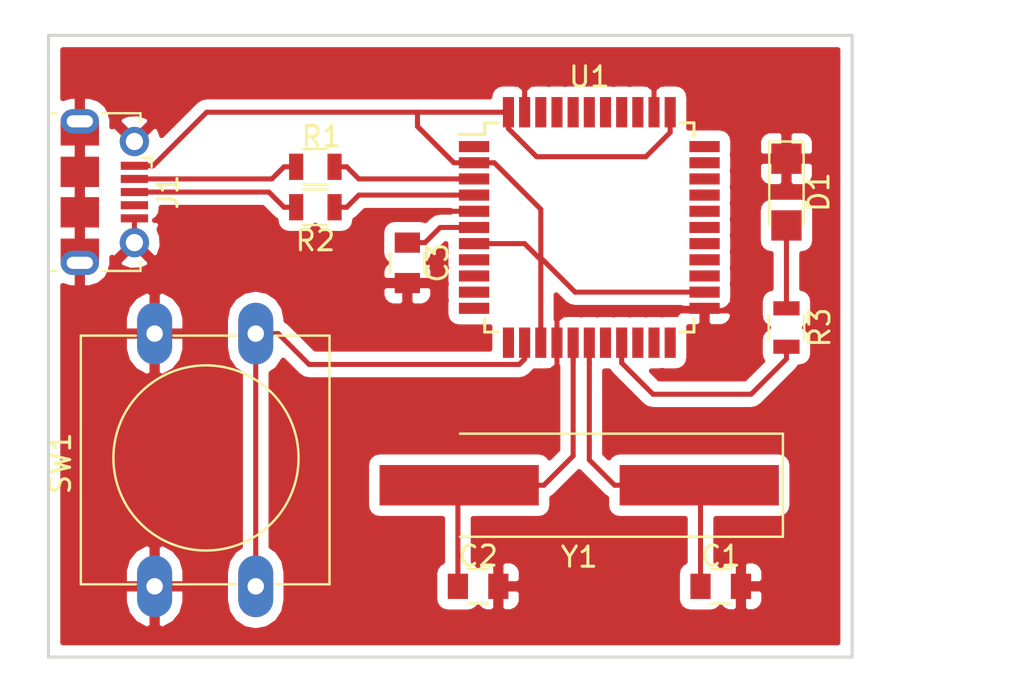
<source format=kicad_pcb>
(kicad_pcb (version 4) (host pcbnew 4.0.7)

  (general
    (links 38)
    (no_connects 0)
    (area 165.174999 106.674999 205.075001 137.575001)
    (thickness 1.6)
    (drawings 4)
    (tracks 80)
    (zones 0)
    (modules 11)
    (nets 40)
  )

  (page A4)
  (layers
    (0 F.Cu signal)
    (31 B.Cu signal)
    (32 B.Adhes user)
    (33 F.Adhes user)
    (34 B.Paste user)
    (35 F.Paste user)
    (36 B.SilkS user)
    (37 F.SilkS user)
    (38 B.Mask user)
    (39 F.Mask user)
    (40 Dwgs.User user)
    (41 Cmts.User user)
    (42 Eco1.User user)
    (43 Eco2.User user)
    (44 Edge.Cuts user)
    (45 Margin user)
    (46 B.CrtYd user)
    (47 F.CrtYd user)
    (48 B.Fab user)
    (49 F.Fab user)
  )

  (setup
    (last_trace_width 0.25)
    (trace_clearance 0.2)
    (zone_clearance 0.508)
    (zone_45_only no)
    (trace_min 0.2)
    (segment_width 0.2)
    (edge_width 0.15)
    (via_size 0.6)
    (via_drill 0.4)
    (via_min_size 0.4)
    (via_min_drill 0.3)
    (uvia_size 0.3)
    (uvia_drill 0.1)
    (uvias_allowed no)
    (uvia_min_size 0.2)
    (uvia_min_drill 0.1)
    (pcb_text_width 0.3)
    (pcb_text_size 1.5 1.5)
    (mod_edge_width 0.15)
    (mod_text_size 1 1)
    (mod_text_width 0.15)
    (pad_size 1.524 1.524)
    (pad_drill 0.762)
    (pad_to_mask_clearance 0.2)
    (aux_axis_origin 0 0)
    (visible_elements 7FFFFFFF)
    (pcbplotparams
      (layerselection 0x00030_80000001)
      (usegerberextensions false)
      (excludeedgelayer true)
      (linewidth 0.100000)
      (plotframeref false)
      (viasonmask false)
      (mode 1)
      (useauxorigin false)
      (hpglpennumber 1)
      (hpglpenspeed 20)
      (hpglpendiameter 15)
      (hpglpenoverlay 2)
      (psnegative false)
      (psa4output false)
      (plotreference true)
      (plotvalue true)
      (plotinvisibletext false)
      (padsonsilk false)
      (subtractmaskfromsilk false)
      (outputformat 1)
      (mirror false)
      (drillshape 1)
      (scaleselection 1)
      (outputdirectory ""))
  )

  (net 0 "")
  (net 1 "Net-(C1-Pad1)")
  (net 2 GND)
  (net 3 "Net-(C2-Pad1)")
  (net 4 "Net-(C3-Pad1)")
  (net 5 "Net-(D1-Pad2)")
  (net 6 "Net-(J1-Pad2)")
  (net 7 VDD)
  (net 8 "Net-(J1-Pad4)")
  (net 9 "Net-(J1-Pad3)")
  (net 10 "Net-(R1-Pad1)")
  (net 11 "Net-(R2-Pad1)")
  (net 12 "Net-(R3-Pad2)")
  (net 13 "Net-(SW1-Pad2)")
  (net 14 "Net-(U1-Pad1)")
  (net 15 "Net-(U1-Pad8)")
  (net 16 "Net-(U1-Pad9)")
  (net 17 "Net-(U1-Pad10)")
  (net 18 "Net-(U1-Pad11)")
  (net 19 "Net-(U1-Pad12)")
  (net 20 "Net-(U1-Pad18)")
  (net 21 "Net-(U1-Pad20)")
  (net 22 "Net-(U1-Pad21)")
  (net 23 "Net-(U1-Pad22)")
  (net 24 "Net-(U1-Pad25)")
  (net 25 "Net-(U1-Pad26)")
  (net 26 "Net-(U1-Pad27)")
  (net 27 "Net-(U1-Pad28)")
  (net 28 "Net-(U1-Pad29)")
  (net 29 "Net-(U1-Pad30)")
  (net 30 "Net-(U1-Pad31)")
  (net 31 "Net-(U1-Pad32)")
  (net 32 "Net-(U1-Pad33)")
  (net 33 "Net-(U1-Pad36)")
  (net 34 "Net-(U1-Pad37)")
  (net 35 "Net-(U1-Pad38)")
  (net 36 "Net-(U1-Pad39)")
  (net 37 "Net-(U1-Pad40)")
  (net 38 "Net-(U1-Pad41)")
  (net 39 "Net-(U1-Pad42)")

  (net_class Default "This is the default net class."
    (clearance 0.2)
    (trace_width 0.25)
    (via_dia 0.6)
    (via_drill 0.4)
    (uvia_dia 0.3)
    (uvia_drill 0.1)
    (add_net GND)
    (add_net "Net-(C1-Pad1)")
    (add_net "Net-(C2-Pad1)")
    (add_net "Net-(C3-Pad1)")
    (add_net "Net-(D1-Pad2)")
    (add_net "Net-(J1-Pad2)")
    (add_net "Net-(J1-Pad3)")
    (add_net "Net-(J1-Pad4)")
    (add_net "Net-(R1-Pad1)")
    (add_net "Net-(R2-Pad1)")
    (add_net "Net-(R3-Pad2)")
    (add_net "Net-(SW1-Pad2)")
    (add_net "Net-(U1-Pad1)")
    (add_net "Net-(U1-Pad10)")
    (add_net "Net-(U1-Pad11)")
    (add_net "Net-(U1-Pad12)")
    (add_net "Net-(U1-Pad18)")
    (add_net "Net-(U1-Pad20)")
    (add_net "Net-(U1-Pad21)")
    (add_net "Net-(U1-Pad22)")
    (add_net "Net-(U1-Pad25)")
    (add_net "Net-(U1-Pad26)")
    (add_net "Net-(U1-Pad27)")
    (add_net "Net-(U1-Pad28)")
    (add_net "Net-(U1-Pad29)")
    (add_net "Net-(U1-Pad30)")
    (add_net "Net-(U1-Pad31)")
    (add_net "Net-(U1-Pad32)")
    (add_net "Net-(U1-Pad33)")
    (add_net "Net-(U1-Pad36)")
    (add_net "Net-(U1-Pad37)")
    (add_net "Net-(U1-Pad38)")
    (add_net "Net-(U1-Pad39)")
    (add_net "Net-(U1-Pad40)")
    (add_net "Net-(U1-Pad41)")
    (add_net "Net-(U1-Pad42)")
    (add_net "Net-(U1-Pad8)")
    (add_net "Net-(U1-Pad9)")
    (add_net VDD)
  )

  (module Capacitors_SMD:C_0805 (layer F.Cu) (tedit 58AA8463) (tstamp 5A70474F)
    (at 198.5 134)
    (descr "Capacitor SMD 0805, reflow soldering, AVX (see smccp.pdf)")
    (tags "capacitor 0805")
    (path /5A70337D)
    (attr smd)
    (fp_text reference C1 (at 0 -1.5) (layer F.SilkS)
      (effects (font (size 1 1) (thickness 0.15)))
    )
    (fp_text value 12-22pF (at 0 1.75) (layer F.Fab)
      (effects (font (size 1 1) (thickness 0.15)))
    )
    (fp_text user %R (at 0 -1.5) (layer F.Fab)
      (effects (font (size 1 1) (thickness 0.15)))
    )
    (fp_line (start -1 0.62) (end -1 -0.62) (layer F.Fab) (width 0.1))
    (fp_line (start 1 0.62) (end -1 0.62) (layer F.Fab) (width 0.1))
    (fp_line (start 1 -0.62) (end 1 0.62) (layer F.Fab) (width 0.1))
    (fp_line (start -1 -0.62) (end 1 -0.62) (layer F.Fab) (width 0.1))
    (fp_line (start 0.5 -0.85) (end -0.5 -0.85) (layer F.SilkS) (width 0.12))
    (fp_line (start -0.5 0.85) (end 0.5 0.85) (layer F.SilkS) (width 0.12))
    (fp_line (start -1.75 -0.88) (end 1.75 -0.88) (layer F.CrtYd) (width 0.05))
    (fp_line (start -1.75 -0.88) (end -1.75 0.87) (layer F.CrtYd) (width 0.05))
    (fp_line (start 1.75 0.87) (end 1.75 -0.88) (layer F.CrtYd) (width 0.05))
    (fp_line (start 1.75 0.87) (end -1.75 0.87) (layer F.CrtYd) (width 0.05))
    (pad 1 smd rect (at -1 0) (size 1 1.25) (layers F.Cu F.Paste F.Mask)
      (net 1 "Net-(C1-Pad1)"))
    (pad 2 smd rect (at 1 0) (size 1 1.25) (layers F.Cu F.Paste F.Mask)
      (net 2 GND))
    (model Capacitors_SMD.3dshapes/C_0805.wrl
      (at (xyz 0 0 0))
      (scale (xyz 1 1 1))
      (rotate (xyz 0 0 0))
    )
  )

  (module Capacitors_SMD:C_0805 (layer F.Cu) (tedit 58AA8463) (tstamp 5A704755)
    (at 186.5 134)
    (descr "Capacitor SMD 0805, reflow soldering, AVX (see smccp.pdf)")
    (tags "capacitor 0805")
    (path /5A7033D4)
    (attr smd)
    (fp_text reference C2 (at 0 -1.5) (layer F.SilkS)
      (effects (font (size 1 1) (thickness 0.15)))
    )
    (fp_text value 12-22pF (at 0 1.75) (layer F.Fab)
      (effects (font (size 1 1) (thickness 0.15)))
    )
    (fp_text user %R (at 0 -1.5) (layer F.Fab)
      (effects (font (size 1 1) (thickness 0.15)))
    )
    (fp_line (start -1 0.62) (end -1 -0.62) (layer F.Fab) (width 0.1))
    (fp_line (start 1 0.62) (end -1 0.62) (layer F.Fab) (width 0.1))
    (fp_line (start 1 -0.62) (end 1 0.62) (layer F.Fab) (width 0.1))
    (fp_line (start -1 -0.62) (end 1 -0.62) (layer F.Fab) (width 0.1))
    (fp_line (start 0.5 -0.85) (end -0.5 -0.85) (layer F.SilkS) (width 0.12))
    (fp_line (start -0.5 0.85) (end 0.5 0.85) (layer F.SilkS) (width 0.12))
    (fp_line (start -1.75 -0.88) (end 1.75 -0.88) (layer F.CrtYd) (width 0.05))
    (fp_line (start -1.75 -0.88) (end -1.75 0.87) (layer F.CrtYd) (width 0.05))
    (fp_line (start 1.75 0.87) (end 1.75 -0.88) (layer F.CrtYd) (width 0.05))
    (fp_line (start 1.75 0.87) (end -1.75 0.87) (layer F.CrtYd) (width 0.05))
    (pad 1 smd rect (at -1 0) (size 1 1.25) (layers F.Cu F.Paste F.Mask)
      (net 3 "Net-(C2-Pad1)"))
    (pad 2 smd rect (at 1 0) (size 1 1.25) (layers F.Cu F.Paste F.Mask)
      (net 2 GND))
    (model Capacitors_SMD.3dshapes/C_0805.wrl
      (at (xyz 0 0 0))
      (scale (xyz 1 1 1))
      (rotate (xyz 0 0 0))
    )
  )

  (module Capacitors_SMD:C_0805 (layer F.Cu) (tedit 58AA8463) (tstamp 5A70475B)
    (at 183 118 270)
    (descr "Capacitor SMD 0805, reflow soldering, AVX (see smccp.pdf)")
    (tags "capacitor 0805")
    (path /5A7031A9)
    (attr smd)
    (fp_text reference C3 (at 0 -1.5 270) (layer F.SilkS)
      (effects (font (size 1 1) (thickness 0.15)))
    )
    (fp_text value 1uF (at 0 1.75 270) (layer F.Fab)
      (effects (font (size 1 1) (thickness 0.15)))
    )
    (fp_text user %R (at 0 -1.5 270) (layer F.Fab)
      (effects (font (size 1 1) (thickness 0.15)))
    )
    (fp_line (start -1 0.62) (end -1 -0.62) (layer F.Fab) (width 0.1))
    (fp_line (start 1 0.62) (end -1 0.62) (layer F.Fab) (width 0.1))
    (fp_line (start 1 -0.62) (end 1 0.62) (layer F.Fab) (width 0.1))
    (fp_line (start -1 -0.62) (end 1 -0.62) (layer F.Fab) (width 0.1))
    (fp_line (start 0.5 -0.85) (end -0.5 -0.85) (layer F.SilkS) (width 0.12))
    (fp_line (start -0.5 0.85) (end 0.5 0.85) (layer F.SilkS) (width 0.12))
    (fp_line (start -1.75 -0.88) (end 1.75 -0.88) (layer F.CrtYd) (width 0.05))
    (fp_line (start -1.75 -0.88) (end -1.75 0.87) (layer F.CrtYd) (width 0.05))
    (fp_line (start 1.75 0.87) (end 1.75 -0.88) (layer F.CrtYd) (width 0.05))
    (fp_line (start 1.75 0.87) (end -1.75 0.87) (layer F.CrtYd) (width 0.05))
    (pad 1 smd rect (at -1 0 270) (size 1 1.25) (layers F.Cu F.Paste F.Mask)
      (net 4 "Net-(C3-Pad1)"))
    (pad 2 smd rect (at 1 0 270) (size 1 1.25) (layers F.Cu F.Paste F.Mask)
      (net 2 GND))
    (model Capacitors_SMD.3dshapes/C_0805.wrl
      (at (xyz 0 0 0))
      (scale (xyz 1 1 1))
      (rotate (xyz 0 0 0))
    )
  )

  (module LEDs:LED_1206 (layer F.Cu) (tedit 57FE943C) (tstamp 5A704761)
    (at 201.75 114.5 270)
    (descr "LED 1206 smd package")
    (tags "LED led 1206 SMD smd SMT smt smdled SMDLED smtled SMTLED")
    (path /5A703B18)
    (attr smd)
    (fp_text reference D1 (at 0 -1.6 270) (layer F.SilkS)
      (effects (font (size 1 1) (thickness 0.15)))
    )
    (fp_text value LED (at 0 1.7 270) (layer F.Fab)
      (effects (font (size 1 1) (thickness 0.15)))
    )
    (fp_line (start -2.5 -0.85) (end -2.5 0.85) (layer F.SilkS) (width 0.12))
    (fp_line (start -0.45 -0.4) (end -0.45 0.4) (layer F.Fab) (width 0.1))
    (fp_line (start -0.4 0) (end 0.2 -0.4) (layer F.Fab) (width 0.1))
    (fp_line (start 0.2 0.4) (end -0.4 0) (layer F.Fab) (width 0.1))
    (fp_line (start 0.2 -0.4) (end 0.2 0.4) (layer F.Fab) (width 0.1))
    (fp_line (start 1.6 0.8) (end -1.6 0.8) (layer F.Fab) (width 0.1))
    (fp_line (start 1.6 -0.8) (end 1.6 0.8) (layer F.Fab) (width 0.1))
    (fp_line (start -1.6 -0.8) (end 1.6 -0.8) (layer F.Fab) (width 0.1))
    (fp_line (start -1.6 0.8) (end -1.6 -0.8) (layer F.Fab) (width 0.1))
    (fp_line (start -2.45 0.85) (end 1.6 0.85) (layer F.SilkS) (width 0.12))
    (fp_line (start -2.45 -0.85) (end 1.6 -0.85) (layer F.SilkS) (width 0.12))
    (fp_line (start 2.65 -1) (end 2.65 1) (layer F.CrtYd) (width 0.05))
    (fp_line (start 2.65 1) (end -2.65 1) (layer F.CrtYd) (width 0.05))
    (fp_line (start -2.65 1) (end -2.65 -1) (layer F.CrtYd) (width 0.05))
    (fp_line (start -2.65 -1) (end 2.65 -1) (layer F.CrtYd) (width 0.05))
    (pad 2 smd rect (at 1.65 0 90) (size 1.5 1.5) (layers F.Cu F.Paste F.Mask)
      (net 5 "Net-(D1-Pad2)"))
    (pad 1 smd rect (at -1.65 0 90) (size 1.5 1.5) (layers F.Cu F.Paste F.Mask)
      (net 2 GND))
    (model ${KISYS3DMOD}/LEDs.3dshapes/LED_1206.wrl
      (at (xyz 0 0 0))
      (scale (xyz 1 1 1))
      (rotate (xyz 0 0 180))
    )
  )

  (module Connectors_USB:USB_Micro-B_Molex-105017-0001 (layer F.Cu) (tedit 598B308E) (tstamp 5A704772)
    (at 167.15 114.5 270)
    (descr http://www.molex.com/pdm_docs/sd/1050170001_sd.pdf)
    (tags "Micro-USB SMD Typ-B")
    (path /5A70300E)
    (attr smd)
    (fp_text reference J1 (at 0 -4 270) (layer F.SilkS)
      (effects (font (size 1 1) (thickness 0.15)))
    )
    (fp_text value USB_OTG (at 0.3 3.45 270) (layer F.Fab)
      (effects (font (size 1 1) (thickness 0.15)))
    )
    (fp_line (start -4.4 2.75) (end 4.4 2.75) (layer F.CrtYd) (width 0.05))
    (fp_line (start 4.4 -3.35) (end 4.4 2.75) (layer F.CrtYd) (width 0.05))
    (fp_line (start -4.4 -3.35) (end 4.4 -3.35) (layer F.CrtYd) (width 0.05))
    (fp_line (start -4.4 2.75) (end -4.4 -3.35) (layer F.CrtYd) (width 0.05))
    (fp_text user "PCB Edge" (at 0 1.8 270) (layer Dwgs.User)
      (effects (font (size 0.5 0.5) (thickness 0.08)))
    )
    (fp_line (start -3.9 -2.65) (end -3.45 -2.65) (layer F.SilkS) (width 0.12))
    (fp_line (start -3.9 -0.8) (end -3.9 -2.65) (layer F.SilkS) (width 0.12))
    (fp_line (start 3.9 1.75) (end 3.9 1.5) (layer F.SilkS) (width 0.12))
    (fp_line (start 3.75 2.5) (end 3.75 -2.5) (layer F.Fab) (width 0.1))
    (fp_line (start -3 1.801704) (end 3 1.801704) (layer F.Fab) (width 0.1))
    (fp_line (start -3.75 2.501704) (end 3.75 2.501704) (layer F.Fab) (width 0.1))
    (fp_line (start -3.75 -2.5) (end 3.75 -2.5) (layer F.Fab) (width 0.1))
    (fp_line (start -3.75 2.5) (end -3.75 -2.5) (layer F.Fab) (width 0.1))
    (fp_line (start -3.9 1.75) (end -3.9 1.5) (layer F.SilkS) (width 0.12))
    (fp_line (start 3.9 -0.8) (end 3.9 -2.65) (layer F.SilkS) (width 0.12))
    (fp_line (start 3.9 -2.65) (end 3.45 -2.65) (layer F.SilkS) (width 0.12))
    (fp_text user %R (at 0 0 270) (layer F.Fab)
      (effects (font (size 1 1) (thickness 0.15)))
    )
    (fp_line (start -1.7 -3.2) (end -1.25 -3.2) (layer F.SilkS) (width 0.12))
    (fp_line (start -1.7 -3.2) (end -1.7 -2.75) (layer F.SilkS) (width 0.12))
    (fp_line (start -1.3 -2.6) (end -1.5 -2.8) (layer F.Fab) (width 0.1))
    (fp_line (start -1.1 -2.8) (end -1.3 -2.6) (layer F.Fab) (width 0.1))
    (fp_line (start -1.5 -3.01) (end -1.1 -3.01) (layer F.Fab) (width 0.1))
    (fp_line (start -1.5 -3.01) (end -1.5 -2.8) (layer F.Fab) (width 0.1))
    (fp_line (start -1.1 -3.01) (end -1.1 -2.8) (layer F.Fab) (width 0.1))
    (pad 6 smd rect (at 1 0.35 270) (size 1.5 1.9) (layers F.Cu F.Paste F.Mask)
      (net 2 GND))
    (pad 6 thru_hole circle (at -2.5 -2.35 270) (size 1.45 1.45) (drill 0.85) (layers *.Cu *.Mask)
      (net 2 GND))
    (pad 2 smd rect (at -0.65 -2.35 270) (size 0.4 1.35) (layers F.Cu F.Paste F.Mask)
      (net 6 "Net-(J1-Pad2)"))
    (pad 1 smd rect (at -1.3 -2.35 270) (size 0.4 1.35) (layers F.Cu F.Paste F.Mask)
      (net 7 VDD))
    (pad 5 smd rect (at 1.3 -2.35 270) (size 0.4 1.35) (layers F.Cu F.Paste F.Mask)
      (net 2 GND))
    (pad 4 smd rect (at 0.65 -2.35 270) (size 0.4 1.35) (layers F.Cu F.Paste F.Mask)
      (net 8 "Net-(J1-Pad4)"))
    (pad 3 smd rect (at 0 -2.35 270) (size 0.4 1.35) (layers F.Cu F.Paste F.Mask)
      (net 9 "Net-(J1-Pad3)"))
    (pad 6 thru_hole circle (at 2.5 -2.35 270) (size 1.45 1.45) (drill 0.85) (layers *.Cu *.Mask)
      (net 2 GND))
    (pad 6 smd rect (at -1 0.35 270) (size 1.5 1.9) (layers F.Cu F.Paste F.Mask)
      (net 2 GND))
    (pad 6 thru_hole oval (at -3.5 0.35 90) (size 1.2 1.9) (drill oval 0.6 1.3) (layers *.Cu *.Mask)
      (net 2 GND))
    (pad 6 thru_hole oval (at 3.5 0.35 270) (size 1.2 1.9) (drill oval 0.6 1.3) (layers *.Cu *.Mask)
      (net 2 GND))
    (pad 6 smd rect (at 2.9 0.35 270) (size 1.2 1.9) (layers F.Cu F.Mask)
      (net 2 GND))
    (pad 6 smd rect (at -2.9 0.35 270) (size 1.2 1.9) (layers F.Cu F.Mask)
      (net 2 GND))
    (model ${KISYS3DMOD}/Connectors_USB.3dshapes/USB_Micro-B_Molex-105017-0001.wrl
      (at (xyz 0 0 0))
      (scale (xyz 1 1 1))
      (rotate (xyz 0 0 0))
    )
  )

  (module Resistors_SMD:R_0805 (layer F.Cu) (tedit 58E0A804) (tstamp 5A704778)
    (at 178.45 113.25 180)
    (descr "Resistor SMD 0805, reflow soldering, Vishay (see dcrcw.pdf)")
    (tags "resistor 0805")
    (path /5A7030D7)
    (attr smd)
    (fp_text reference R1 (at -0.3 1.5 180) (layer F.SilkS)
      (effects (font (size 1 1) (thickness 0.15)))
    )
    (fp_text value 22 (at 2.7 0 180) (layer F.Fab)
      (effects (font (size 1 1) (thickness 0.15)))
    )
    (fp_text user %R (at 0 0 180) (layer F.Fab)
      (effects (font (size 0.5 0.5) (thickness 0.075)))
    )
    (fp_line (start -1 0.62) (end -1 -0.62) (layer F.Fab) (width 0.1))
    (fp_line (start 1 0.62) (end -1 0.62) (layer F.Fab) (width 0.1))
    (fp_line (start 1 -0.62) (end 1 0.62) (layer F.Fab) (width 0.1))
    (fp_line (start -1 -0.62) (end 1 -0.62) (layer F.Fab) (width 0.1))
    (fp_line (start 0.6 0.88) (end -0.6 0.88) (layer F.SilkS) (width 0.12))
    (fp_line (start -0.6 -0.88) (end 0.6 -0.88) (layer F.SilkS) (width 0.12))
    (fp_line (start -1.55 -0.9) (end 1.55 -0.9) (layer F.CrtYd) (width 0.05))
    (fp_line (start -1.55 -0.9) (end -1.55 0.9) (layer F.CrtYd) (width 0.05))
    (fp_line (start 1.55 0.9) (end 1.55 -0.9) (layer F.CrtYd) (width 0.05))
    (fp_line (start 1.55 0.9) (end -1.55 0.9) (layer F.CrtYd) (width 0.05))
    (pad 1 smd rect (at -0.95 0 180) (size 0.7 1.3) (layers F.Cu F.Paste F.Mask)
      (net 10 "Net-(R1-Pad1)"))
    (pad 2 smd rect (at 0.95 0 180) (size 0.7 1.3) (layers F.Cu F.Paste F.Mask)
      (net 6 "Net-(J1-Pad2)"))
    (model ${KISYS3DMOD}/Resistors_SMD.3dshapes/R_0805.wrl
      (at (xyz 0 0 0))
      (scale (xyz 1 1 1))
      (rotate (xyz 0 0 0))
    )
  )

  (module Resistors_SMD:R_0805 (layer F.Cu) (tedit 58E0A804) (tstamp 5A70477E)
    (at 178.45 115.25 180)
    (descr "Resistor SMD 0805, reflow soldering, Vishay (see dcrcw.pdf)")
    (tags "resistor 0805")
    (path /5A703069)
    (attr smd)
    (fp_text reference R2 (at 0 -1.65 180) (layer F.SilkS)
      (effects (font (size 1 1) (thickness 0.15)))
    )
    (fp_text value 22 (at 2.75 -0.25 180) (layer F.Fab)
      (effects (font (size 1 1) (thickness 0.15)))
    )
    (fp_text user %R (at 0 0 180) (layer F.Fab)
      (effects (font (size 0.5 0.5) (thickness 0.075)))
    )
    (fp_line (start -1 0.62) (end -1 -0.62) (layer F.Fab) (width 0.1))
    (fp_line (start 1 0.62) (end -1 0.62) (layer F.Fab) (width 0.1))
    (fp_line (start 1 -0.62) (end 1 0.62) (layer F.Fab) (width 0.1))
    (fp_line (start -1 -0.62) (end 1 -0.62) (layer F.Fab) (width 0.1))
    (fp_line (start 0.6 0.88) (end -0.6 0.88) (layer F.SilkS) (width 0.12))
    (fp_line (start -0.6 -0.88) (end 0.6 -0.88) (layer F.SilkS) (width 0.12))
    (fp_line (start -1.55 -0.9) (end 1.55 -0.9) (layer F.CrtYd) (width 0.05))
    (fp_line (start -1.55 -0.9) (end -1.55 0.9) (layer F.CrtYd) (width 0.05))
    (fp_line (start 1.55 0.9) (end 1.55 -0.9) (layer F.CrtYd) (width 0.05))
    (fp_line (start 1.55 0.9) (end -1.55 0.9) (layer F.CrtYd) (width 0.05))
    (pad 1 smd rect (at -0.95 0 180) (size 0.7 1.3) (layers F.Cu F.Paste F.Mask)
      (net 11 "Net-(R2-Pad1)"))
    (pad 2 smd rect (at 0.95 0 180) (size 0.7 1.3) (layers F.Cu F.Paste F.Mask)
      (net 9 "Net-(J1-Pad3)"))
    (model ${KISYS3DMOD}/Resistors_SMD.3dshapes/R_0805.wrl
      (at (xyz 0 0 0))
      (scale (xyz 1 1 1))
      (rotate (xyz 0 0 0))
    )
  )

  (module Resistors_SMD:R_0805 (layer F.Cu) (tedit 58E0A804) (tstamp 5A704784)
    (at 201.75 121.2 270)
    (descr "Resistor SMD 0805, reflow soldering, Vishay (see dcrcw.pdf)")
    (tags "resistor 0805")
    (path /5A703B93)
    (attr smd)
    (fp_text reference R3 (at 0 -1.65 270) (layer F.SilkS)
      (effects (font (size 1 1) (thickness 0.15)))
    )
    (fp_text value 220 (at 0 1.75 270) (layer F.Fab)
      (effects (font (size 1 1) (thickness 0.15)))
    )
    (fp_text user %R (at 0 0 270) (layer F.Fab)
      (effects (font (size 0.5 0.5) (thickness 0.075)))
    )
    (fp_line (start -1 0.62) (end -1 -0.62) (layer F.Fab) (width 0.1))
    (fp_line (start 1 0.62) (end -1 0.62) (layer F.Fab) (width 0.1))
    (fp_line (start 1 -0.62) (end 1 0.62) (layer F.Fab) (width 0.1))
    (fp_line (start -1 -0.62) (end 1 -0.62) (layer F.Fab) (width 0.1))
    (fp_line (start 0.6 0.88) (end -0.6 0.88) (layer F.SilkS) (width 0.12))
    (fp_line (start -0.6 -0.88) (end 0.6 -0.88) (layer F.SilkS) (width 0.12))
    (fp_line (start -1.55 -0.9) (end 1.55 -0.9) (layer F.CrtYd) (width 0.05))
    (fp_line (start -1.55 -0.9) (end -1.55 0.9) (layer F.CrtYd) (width 0.05))
    (fp_line (start 1.55 0.9) (end 1.55 -0.9) (layer F.CrtYd) (width 0.05))
    (fp_line (start 1.55 0.9) (end -1.55 0.9) (layer F.CrtYd) (width 0.05))
    (pad 1 smd rect (at -0.95 0 270) (size 0.7 1.3) (layers F.Cu F.Paste F.Mask)
      (net 5 "Net-(D1-Pad2)"))
    (pad 2 smd rect (at 0.95 0 270) (size 0.7 1.3) (layers F.Cu F.Paste F.Mask)
      (net 12 "Net-(R3-Pad2)"))
    (model ${KISYS3DMOD}/Resistors_SMD.3dshapes/R_0805.wrl
      (at (xyz 0 0 0))
      (scale (xyz 1 1 1))
      (rotate (xyz 0 0 0))
    )
  )

  (module Buttons_Switches_THT:SW_PUSH-12mm (layer F.Cu) (tedit 592546E6) (tstamp 5A70478C)
    (at 170.5 134 90)
    (descr "SW PUSH 12mm https://www.e-switch.com/system/asset/product_line/data_sheet/143/TL1100.pdf")
    (tags "tact sw push 12mm")
    (path /5A70437E)
    (fp_text reference SW1 (at 6.08 -4.66 90) (layer F.SilkS)
      (effects (font (size 1 1) (thickness 0.15)))
    )
    (fp_text value SW_SPST (at 6.62 9.93 90) (layer F.Fab)
      (effects (font (size 1 1) (thickness 0.15)))
    )
    (fp_line (start 0.25 8.5) (end 12.25 8.5) (layer F.Fab) (width 0.1))
    (fp_line (start 0.25 -3.5) (end 12.25 -3.5) (layer F.Fab) (width 0.1))
    (fp_line (start 12.25 -3.5) (end 12.25 8.5) (layer F.Fab) (width 0.1))
    (fp_text user %R (at 6.35 2.54 90) (layer F.Fab)
      (effects (font (size 1 1) (thickness 0.15)))
    )
    (fp_line (start 0.1 -3.65) (end 12.4 -3.65) (layer F.SilkS) (width 0.12))
    (fp_line (start 12.4 0.93) (end 12.4 4.07) (layer F.SilkS) (width 0.12))
    (fp_line (start 12.4 8.65) (end 0.1 8.65) (layer F.SilkS) (width 0.12))
    (fp_line (start 0.1 -0.93) (end 0.1 -3.65) (layer F.SilkS) (width 0.12))
    (fp_line (start -1.77 -3.75) (end 14.25 -3.75) (layer F.CrtYd) (width 0.05))
    (fp_line (start -1.77 -3.75) (end -1.77 8.75) (layer F.CrtYd) (width 0.05))
    (fp_line (start 14.25 8.75) (end 14.25 -3.75) (layer F.CrtYd) (width 0.05))
    (fp_line (start 14.25 8.75) (end -1.77 8.75) (layer F.CrtYd) (width 0.05))
    (fp_circle (center 6.35 2.54) (end 10.16 5.08) (layer F.SilkS) (width 0.12))
    (fp_line (start 0.25 -3.5) (end 0.25 8.5) (layer F.Fab) (width 0.1))
    (fp_line (start 0.1 8.65) (end 0.1 5.93) (layer F.SilkS) (width 0.12))
    (fp_line (start 0.1 4.07) (end 0.1 0.93) (layer F.SilkS) (width 0.12))
    (fp_line (start 12.4 5.93) (end 12.4 8.65) (layer F.SilkS) (width 0.12))
    (fp_line (start 12.4 -3.65) (end 12.4 -0.93) (layer F.SilkS) (width 0.12))
    (pad 1 thru_hole oval (at 12.5 0 90) (size 3.048 1.7272) (drill 0.8128) (layers *.Cu *.Mask)
      (net 2 GND))
    (pad 2 thru_hole oval (at 12.5 5 90) (size 3.048 1.7272) (drill 0.8128) (layers *.Cu *.Mask)
      (net 13 "Net-(SW1-Pad2)"))
    (pad 1 thru_hole oval (at 0 0 90) (size 3.048 1.7272) (drill 0.8128) (layers *.Cu *.Mask)
      (net 2 GND))
    (pad 2 thru_hole oval (at 0 5 90) (size 3.048 1.7272) (drill 0.8128) (layers *.Cu *.Mask)
      (net 13 "Net-(SW1-Pad2)"))
    (model ${KISYS3DMOD}/Buttons_Switches_THT.3dshapes/SW_PUSH-12mm.wrl
      (at (xyz 0.248 -0.1 0))
      (scale (xyz 3.93701 3.93701 3.93701))
      (rotate (xyz 0 0 0))
    )
  )

  (module Housings_QFP:TQFP-44_10x10mm_Pitch0.8mm (layer F.Cu) (tedit 58CC9A48) (tstamp 5A7047BC)
    (at 192 116.25)
    (descr "44-Lead Plastic Thin Quad Flatpack (PT) - 10x10x1.0 mm Body [TQFP] (see Microchip Packaging Specification 00000049BS.pdf)")
    (tags "QFP 0.8")
    (path /5A702FB9)
    (attr smd)
    (fp_text reference U1 (at 0 -7.45) (layer F.SilkS)
      (effects (font (size 1 1) (thickness 0.15)))
    )
    (fp_text value ATMEGA32U4-AU (at 0 7.45) (layer F.Fab)
      (effects (font (size 1 1) (thickness 0.15)))
    )
    (fp_text user %R (at 0 0) (layer F.Fab)
      (effects (font (size 1 1) (thickness 0.15)))
    )
    (fp_line (start -4 -5) (end 5 -5) (layer F.Fab) (width 0.15))
    (fp_line (start 5 -5) (end 5 5) (layer F.Fab) (width 0.15))
    (fp_line (start 5 5) (end -5 5) (layer F.Fab) (width 0.15))
    (fp_line (start -5 5) (end -5 -4) (layer F.Fab) (width 0.15))
    (fp_line (start -5 -4) (end -4 -5) (layer F.Fab) (width 0.15))
    (fp_line (start -6.7 -6.7) (end -6.7 6.7) (layer F.CrtYd) (width 0.05))
    (fp_line (start 6.7 -6.7) (end 6.7 6.7) (layer F.CrtYd) (width 0.05))
    (fp_line (start -6.7 -6.7) (end 6.7 -6.7) (layer F.CrtYd) (width 0.05))
    (fp_line (start -6.7 6.7) (end 6.7 6.7) (layer F.CrtYd) (width 0.05))
    (fp_line (start -5.175 -5.175) (end -5.175 -4.6) (layer F.SilkS) (width 0.15))
    (fp_line (start 5.175 -5.175) (end 5.175 -4.5) (layer F.SilkS) (width 0.15))
    (fp_line (start 5.175 5.175) (end 5.175 4.5) (layer F.SilkS) (width 0.15))
    (fp_line (start -5.175 5.175) (end -5.175 4.5) (layer F.SilkS) (width 0.15))
    (fp_line (start -5.175 -5.175) (end -4.5 -5.175) (layer F.SilkS) (width 0.15))
    (fp_line (start -5.175 5.175) (end -4.5 5.175) (layer F.SilkS) (width 0.15))
    (fp_line (start 5.175 5.175) (end 4.5 5.175) (layer F.SilkS) (width 0.15))
    (fp_line (start 5.175 -5.175) (end 4.5 -5.175) (layer F.SilkS) (width 0.15))
    (fp_line (start -5.175 -4.6) (end -6.45 -4.6) (layer F.SilkS) (width 0.15))
    (pad 1 smd rect (at -5.7 -4) (size 1.5 0.55) (layers F.Cu F.Paste F.Mask)
      (net 14 "Net-(U1-Pad1)"))
    (pad 2 smd rect (at -5.7 -3.2) (size 1.5 0.55) (layers F.Cu F.Paste F.Mask)
      (net 7 VDD))
    (pad 3 smd rect (at -5.7 -2.4) (size 1.5 0.55) (layers F.Cu F.Paste F.Mask)
      (net 10 "Net-(R1-Pad1)"))
    (pad 4 smd rect (at -5.7 -1.6) (size 1.5 0.55) (layers F.Cu F.Paste F.Mask)
      (net 11 "Net-(R2-Pad1)"))
    (pad 5 smd rect (at -5.7 -0.8) (size 1.5 0.55) (layers F.Cu F.Paste F.Mask)
      (net 2 GND))
    (pad 6 smd rect (at -5.7 0) (size 1.5 0.55) (layers F.Cu F.Paste F.Mask)
      (net 4 "Net-(C3-Pad1)"))
    (pad 7 smd rect (at -5.7 0.8) (size 1.5 0.55) (layers F.Cu F.Paste F.Mask)
      (net 7 VDD))
    (pad 8 smd rect (at -5.7 1.6) (size 1.5 0.55) (layers F.Cu F.Paste F.Mask)
      (net 15 "Net-(U1-Pad8)"))
    (pad 9 smd rect (at -5.7 2.4) (size 1.5 0.55) (layers F.Cu F.Paste F.Mask)
      (net 16 "Net-(U1-Pad9)"))
    (pad 10 smd rect (at -5.7 3.2) (size 1.5 0.55) (layers F.Cu F.Paste F.Mask)
      (net 17 "Net-(U1-Pad10)"))
    (pad 11 smd rect (at -5.7 4) (size 1.5 0.55) (layers F.Cu F.Paste F.Mask)
      (net 18 "Net-(U1-Pad11)"))
    (pad 12 smd rect (at -4 5.7 90) (size 1.5 0.55) (layers F.Cu F.Paste F.Mask)
      (net 19 "Net-(U1-Pad12)"))
    (pad 13 smd rect (at -3.2 5.7 90) (size 1.5 0.55) (layers F.Cu F.Paste F.Mask)
      (net 13 "Net-(SW1-Pad2)"))
    (pad 14 smd rect (at -2.4 5.7 90) (size 1.5 0.55) (layers F.Cu F.Paste F.Mask)
      (net 7 VDD))
    (pad 15 smd rect (at -1.6 5.7 90) (size 1.5 0.55) (layers F.Cu F.Paste F.Mask)
      (net 2 GND))
    (pad 16 smd rect (at -0.8 5.7 90) (size 1.5 0.55) (layers F.Cu F.Paste F.Mask)
      (net 3 "Net-(C2-Pad1)"))
    (pad 17 smd rect (at 0 5.7 90) (size 1.5 0.55) (layers F.Cu F.Paste F.Mask)
      (net 1 "Net-(C1-Pad1)"))
    (pad 18 smd rect (at 0.8 5.7 90) (size 1.5 0.55) (layers F.Cu F.Paste F.Mask)
      (net 20 "Net-(U1-Pad18)"))
    (pad 19 smd rect (at 1.6 5.7 90) (size 1.5 0.55) (layers F.Cu F.Paste F.Mask)
      (net 12 "Net-(R3-Pad2)"))
    (pad 20 smd rect (at 2.4 5.7 90) (size 1.5 0.55) (layers F.Cu F.Paste F.Mask)
      (net 21 "Net-(U1-Pad20)"))
    (pad 21 smd rect (at 3.2 5.7 90) (size 1.5 0.55) (layers F.Cu F.Paste F.Mask)
      (net 22 "Net-(U1-Pad21)"))
    (pad 22 smd rect (at 4 5.7 90) (size 1.5 0.55) (layers F.Cu F.Paste F.Mask)
      (net 23 "Net-(U1-Pad22)"))
    (pad 23 smd rect (at 5.7 4) (size 1.5 0.55) (layers F.Cu F.Paste F.Mask)
      (net 2 GND))
    (pad 24 smd rect (at 5.7 3.2) (size 1.5 0.55) (layers F.Cu F.Paste F.Mask)
      (net 7 VDD))
    (pad 25 smd rect (at 5.7 2.4) (size 1.5 0.55) (layers F.Cu F.Paste F.Mask)
      (net 24 "Net-(U1-Pad25)"))
    (pad 26 smd rect (at 5.7 1.6) (size 1.5 0.55) (layers F.Cu F.Paste F.Mask)
      (net 25 "Net-(U1-Pad26)"))
    (pad 27 smd rect (at 5.7 0.8) (size 1.5 0.55) (layers F.Cu F.Paste F.Mask)
      (net 26 "Net-(U1-Pad27)"))
    (pad 28 smd rect (at 5.7 0) (size 1.5 0.55) (layers F.Cu F.Paste F.Mask)
      (net 27 "Net-(U1-Pad28)"))
    (pad 29 smd rect (at 5.7 -0.8) (size 1.5 0.55) (layers F.Cu F.Paste F.Mask)
      (net 28 "Net-(U1-Pad29)"))
    (pad 30 smd rect (at 5.7 -1.6) (size 1.5 0.55) (layers F.Cu F.Paste F.Mask)
      (net 29 "Net-(U1-Pad30)"))
    (pad 31 smd rect (at 5.7 -2.4) (size 1.5 0.55) (layers F.Cu F.Paste F.Mask)
      (net 30 "Net-(U1-Pad31)"))
    (pad 32 smd rect (at 5.7 -3.2) (size 1.5 0.55) (layers F.Cu F.Paste F.Mask)
      (net 31 "Net-(U1-Pad32)"))
    (pad 33 smd rect (at 5.7 -4) (size 1.5 0.55) (layers F.Cu F.Paste F.Mask)
      (net 32 "Net-(U1-Pad33)"))
    (pad 34 smd rect (at 4 -5.7 90) (size 1.5 0.55) (layers F.Cu F.Paste F.Mask)
      (net 7 VDD))
    (pad 35 smd rect (at 3.2 -5.7 90) (size 1.5 0.55) (layers F.Cu F.Paste F.Mask)
      (net 2 GND))
    (pad 36 smd rect (at 2.4 -5.7 90) (size 1.5 0.55) (layers F.Cu F.Paste F.Mask)
      (net 33 "Net-(U1-Pad36)"))
    (pad 37 smd rect (at 1.6 -5.7 90) (size 1.5 0.55) (layers F.Cu F.Paste F.Mask)
      (net 34 "Net-(U1-Pad37)"))
    (pad 38 smd rect (at 0.8 -5.7 90) (size 1.5 0.55) (layers F.Cu F.Paste F.Mask)
      (net 35 "Net-(U1-Pad38)"))
    (pad 39 smd rect (at 0 -5.7 90) (size 1.5 0.55) (layers F.Cu F.Paste F.Mask)
      (net 36 "Net-(U1-Pad39)"))
    (pad 40 smd rect (at -0.8 -5.7 90) (size 1.5 0.55) (layers F.Cu F.Paste F.Mask)
      (net 37 "Net-(U1-Pad40)"))
    (pad 41 smd rect (at -1.6 -5.7 90) (size 1.5 0.55) (layers F.Cu F.Paste F.Mask)
      (net 38 "Net-(U1-Pad41)"))
    (pad 42 smd rect (at -2.4 -5.7 90) (size 1.5 0.55) (layers F.Cu F.Paste F.Mask)
      (net 39 "Net-(U1-Pad42)"))
    (pad 43 smd rect (at -3.2 -5.7 90) (size 1.5 0.55) (layers F.Cu F.Paste F.Mask)
      (net 2 GND))
    (pad 44 smd rect (at -4 -5.7 90) (size 1.5 0.55) (layers F.Cu F.Paste F.Mask)
      (net 7 VDD))
    (model ${KISYS3DMOD}/Housings_QFP.3dshapes/TQFP-44_10x10mm_Pitch0.8mm.wrl
      (at (xyz 0 0 0))
      (scale (xyz 1 1 1))
      (rotate (xyz 0 0 0))
    )
  )

  (module Crystals:Crystal_SMD_HC49-SD_HandSoldering (layer F.Cu) (tedit 58CD2E9D) (tstamp 5A7047C2)
    (at 191.5 129 180)
    (descr "SMD Crystal HC-49-SD http://cdn-reichelt.de/documents/datenblatt/B400/xxx-HC49-SMD.pdf, hand-soldering, 11.4x4.7mm^2 package")
    (tags "SMD SMT crystal hand-soldering")
    (path /5A70328B)
    (attr smd)
    (fp_text reference Y1 (at 0 -3.55 180) (layer F.SilkS)
      (effects (font (size 1 1) (thickness 0.15)))
    )
    (fp_text value Crystal (at 0 3.55 180) (layer F.Fab)
      (effects (font (size 1 1) (thickness 0.15)))
    )
    (fp_text user %R (at 0 0 180) (layer F.Fab)
      (effects (font (size 1 1) (thickness 0.15)))
    )
    (fp_line (start -5.7 -2.35) (end -5.7 2.35) (layer F.Fab) (width 0.1))
    (fp_line (start -5.7 2.35) (end 5.7 2.35) (layer F.Fab) (width 0.1))
    (fp_line (start 5.7 2.35) (end 5.7 -2.35) (layer F.Fab) (width 0.1))
    (fp_line (start 5.7 -2.35) (end -5.7 -2.35) (layer F.Fab) (width 0.1))
    (fp_line (start -3.015 -2.115) (end 3.015 -2.115) (layer F.Fab) (width 0.1))
    (fp_line (start -3.015 2.115) (end 3.015 2.115) (layer F.Fab) (width 0.1))
    (fp_line (start 5.9 -2.55) (end -10.075 -2.55) (layer F.SilkS) (width 0.12))
    (fp_line (start -10.075 -2.55) (end -10.075 2.55) (layer F.SilkS) (width 0.12))
    (fp_line (start -10.075 2.55) (end 5.9 2.55) (layer F.SilkS) (width 0.12))
    (fp_line (start -10.2 -2.6) (end -10.2 2.6) (layer F.CrtYd) (width 0.05))
    (fp_line (start -10.2 2.6) (end 10.2 2.6) (layer F.CrtYd) (width 0.05))
    (fp_line (start 10.2 2.6) (end 10.2 -2.6) (layer F.CrtYd) (width 0.05))
    (fp_line (start 10.2 -2.6) (end -10.2 -2.6) (layer F.CrtYd) (width 0.05))
    (fp_arc (start -3.015 0) (end -3.015 -2.115) (angle -180) (layer F.Fab) (width 0.1))
    (fp_arc (start 3.015 0) (end 3.015 -2.115) (angle 180) (layer F.Fab) (width 0.1))
    (pad 1 smd rect (at -5.9375 0 180) (size 7.875 2) (layers F.Cu F.Paste F.Mask)
      (net 1 "Net-(C1-Pad1)"))
    (pad 2 smd rect (at 5.9375 0 180) (size 7.875 2) (layers F.Cu F.Paste F.Mask)
      (net 3 "Net-(C2-Pad1)"))
    (model ${KISYS3DMOD}/Crystals.3dshapes/Crystal_SMD_HC49-SD_HandSoldering.wrl
      (at (xyz 0 0 0))
      (scale (xyz 1 1 1))
      (rotate (xyz 0 0 0))
    )
  )

  (gr_line (start 205 106.75) (end 165.25 106.75) (layer Edge.Cuts) (width 0.15))
  (gr_line (start 205 137.5) (end 205 106.75) (layer Edge.Cuts) (width 0.15))
  (gr_line (start 165.25 137.5) (end 205 137.5) (layer Edge.Cuts) (width 0.15))
  (gr_line (start 165.25 106.75) (end 165.25 137.5) (layer Edge.Cuts) (width 0.15))

  (segment (start 197.5 134) (end 197.5 129.0625) (width 0.25) (layer F.Cu) (net 1))
  (segment (start 197.5 129.0625) (end 197.4375 129) (width 0.25) (layer F.Cu) (net 1))
  (segment (start 197.4375 129) (end 193.25 129) (width 0.25) (layer F.Cu) (net 1))
  (segment (start 193.25 129) (end 192 127.75) (width 0.25) (layer F.Cu) (net 1))
  (segment (start 192 127.75) (end 192 122.95) (width 0.25) (layer F.Cu) (net 1))
  (segment (start 192 122.95) (end 192 121.95) (width 0.25) (layer F.Cu) (net 1))
  (segment (start 169.5 115.8) (end 169.5 117) (width 0.25) (layer F.Cu) (net 2))
  (segment (start 189.5 108.75) (end 188.8 109.45) (width 0.25) (layer F.Cu) (net 2))
  (segment (start 188.8 109.45) (end 188.8 110.55) (width 0.25) (layer F.Cu) (net 2))
  (segment (start 194.75 108.75) (end 189.5 108.75) (width 0.25) (layer F.Cu) (net 2))
  (segment (start 195.2 109.2) (end 194.75 108.75) (width 0.25) (layer F.Cu) (net 2))
  (segment (start 195.2 110.55) (end 195.2 109.2) (width 0.25) (layer F.Cu) (net 2))
  (segment (start 197.7 120.25) (end 190.75 120.25) (width 0.25) (layer F.Cu) (net 2))
  (segment (start 190.75 120.25) (end 190.4 120.6) (width 0.25) (layer F.Cu) (net 2))
  (segment (start 190.4 120.6) (end 190.4 121.95) (width 0.25) (layer F.Cu) (net 2))
  (segment (start 190.4 121.95) (end 190.4 122.95) (width 0.25) (layer F.Cu) (net 2))
  (segment (start 186.3 115.45) (end 184.8 115.45) (width 0.25) (layer F.Cu) (net 2))
  (segment (start 185.5 134) (end 185.5 129.0625) (width 0.25) (layer F.Cu) (net 3))
  (segment (start 185.5 129.0625) (end 185.5625 129) (width 0.25) (layer F.Cu) (net 3))
  (segment (start 191.2 122.95) (end 191.2 122.75) (width 0.25) (layer F.Cu) (net 3))
  (segment (start 185.5625 129) (end 189.75 129) (width 0.25) (layer F.Cu) (net 3))
  (segment (start 189.75 129) (end 191.2 127.55) (width 0.25) (layer F.Cu) (net 3))
  (segment (start 191.2 127.55) (end 191.2 122.75) (width 0.25) (layer F.Cu) (net 3))
  (segment (start 191.2 122.75) (end 191.2 121.95) (width 0.25) (layer F.Cu) (net 3))
  (segment (start 183 117) (end 183.875 117) (width 0.25) (layer F.Cu) (net 4))
  (segment (start 183.875 117) (end 184.625 116.25) (width 0.25) (layer F.Cu) (net 4))
  (segment (start 184.625 116.25) (end 185.3 116.25) (width 0.25) (layer F.Cu) (net 4))
  (segment (start 185.3 116.25) (end 186.3 116.25) (width 0.25) (layer F.Cu) (net 4))
  (segment (start 201.75 120.25) (end 201.75 119.65) (width 0.25) (layer F.Cu) (net 5))
  (segment (start 201.75 119.65) (end 201.75 116.15) (width 0.25) (layer F.Cu) (net 5))
  (segment (start 177.5 113.25) (end 176.9 113.25) (width 0.25) (layer F.Cu) (net 6))
  (segment (start 176.9 113.25) (end 176.3 113.85) (width 0.25) (layer F.Cu) (net 6))
  (segment (start 176.3 113.85) (end 170.425 113.85) (width 0.25) (layer F.Cu) (net 6))
  (segment (start 170.425 113.85) (end 169.5 113.85) (width 0.25) (layer F.Cu) (net 6))
  (segment (start 189.389998 112.75) (end 194.8 112.75) (width 0.25) (layer F.Cu) (net 7))
  (segment (start 194.8 112.75) (end 196 111.55) (width 0.25) (layer F.Cu) (net 7))
  (segment (start 196 111.55) (end 196 110.55) (width 0.25) (layer F.Cu) (net 7))
  (segment (start 188 110.55) (end 188 111.360002) (width 0.25) (layer F.Cu) (net 7))
  (segment (start 188 111.360002) (end 189.389998 112.75) (width 0.25) (layer F.Cu) (net 7))
  (segment (start 189.6 115.35) (end 189.6 117.75) (width 0.25) (layer F.Cu) (net 7))
  (segment (start 189.6 117.75) (end 189.6 117.85) (width 0.25) (layer F.Cu) (net 7))
  (segment (start 197.7 119.45) (end 191.3 119.45) (width 0.25) (layer F.Cu) (net 7))
  (segment (start 191.3 119.45) (end 189.6 117.75) (width 0.25) (layer F.Cu) (net 7))
  (segment (start 186.3 113.05) (end 187.3 113.05) (width 0.25) (layer F.Cu) (net 7))
  (segment (start 187.3 113.05) (end 189.6 115.35) (width 0.25) (layer F.Cu) (net 7))
  (segment (start 189.6 117.85) (end 188.8 117.05) (width 0.25) (layer F.Cu) (net 7))
  (segment (start 188.8 117.05) (end 186.3 117.05) (width 0.25) (layer F.Cu) (net 7))
  (segment (start 189.6 121.95) (end 189.6 117.85) (width 0.25) (layer F.Cu) (net 7))
  (segment (start 173.075 110.55) (end 183.5 110.55) (width 0.25) (layer F.Cu) (net 7))
  (segment (start 183.5 110.55) (end 187.475 110.55) (width 0.25) (layer F.Cu) (net 7))
  (segment (start 185.3 113.05) (end 183.5 111.25) (width 0.25) (layer F.Cu) (net 7))
  (segment (start 186.3 113.05) (end 185.3 113.05) (width 0.25) (layer F.Cu) (net 7))
  (segment (start 183.5 111.25) (end 183.5 110.55) (width 0.25) (layer F.Cu) (net 7))
  (segment (start 169.5 113.2) (end 170.425 113.2) (width 0.25) (layer F.Cu) (net 7))
  (segment (start 170.425 113.2) (end 173.075 110.55) (width 0.25) (layer F.Cu) (net 7))
  (segment (start 187.475 110.55) (end 188 110.55) (width 0.25) (layer F.Cu) (net 7))
  (segment (start 177.5 115.25) (end 176.9 115.25) (width 0.25) (layer F.Cu) (net 9))
  (segment (start 176.9 115.25) (end 176.15 114.5) (width 0.25) (layer F.Cu) (net 9))
  (segment (start 176.15 114.5) (end 170.425 114.5) (width 0.25) (layer F.Cu) (net 9))
  (segment (start 170.425 114.5) (end 169.5 114.5) (width 0.25) (layer F.Cu) (net 9))
  (segment (start 179.4 113.25) (end 180 113.25) (width 0.25) (layer F.Cu) (net 10))
  (segment (start 185.3 113.85) (end 186.3 113.85) (width 0.25) (layer F.Cu) (net 10))
  (segment (start 180 113.25) (end 180.6 113.85) (width 0.25) (layer F.Cu) (net 10))
  (segment (start 180.6 113.85) (end 185.3 113.85) (width 0.25) (layer F.Cu) (net 10))
  (segment (start 179.4 115.25) (end 180 115.25) (width 0.25) (layer F.Cu) (net 11))
  (segment (start 180 115.25) (end 180.6 114.65) (width 0.25) (layer F.Cu) (net 11))
  (segment (start 180.6 114.65) (end 185.3 114.65) (width 0.25) (layer F.Cu) (net 11))
  (segment (start 185.3 114.65) (end 186.3 114.65) (width 0.25) (layer F.Cu) (net 11))
  (segment (start 200 124.5) (end 195.15 124.5) (width 0.25) (layer F.Cu) (net 12))
  (segment (start 195.15 124.5) (end 193.6 122.95) (width 0.25) (layer F.Cu) (net 12))
  (segment (start 193.6 122.95) (end 193.6 121.95) (width 0.25) (layer F.Cu) (net 12))
  (segment (start 201.75 122.15) (end 201.75 122.75) (width 0.25) (layer F.Cu) (net 12))
  (segment (start 201.75 122.75) (end 200 124.5) (width 0.25) (layer F.Cu) (net 12))
  (segment (start 175.5 134) (end 175.5 132.226) (width 0.25) (layer F.Cu) (net 13))
  (segment (start 175.5 132.226) (end 175.5 121.5) (width 0.25) (layer F.Cu) (net 13))
  (segment (start 188.8 121.95) (end 188.8 122.760002) (width 0.25) (layer F.Cu) (net 13))
  (segment (start 188.8 122.760002) (end 188.535001 123.025001) (width 0.25) (layer F.Cu) (net 13))
  (segment (start 188.535001 123.025001) (end 178.138601 123.025001) (width 0.25) (layer F.Cu) (net 13))
  (segment (start 178.138601 123.025001) (end 176.6136 121.5) (width 0.25) (layer F.Cu) (net 13))
  (segment (start 176.6136 121.5) (end 175.5 121.5) (width 0.25) (layer F.Cu) (net 13))

  (zone (net 2) (net_name GND) (layer F.Cu) (tstamp 0) (hatch edge 0.508)
    (connect_pads (clearance 0.508))
    (min_thickness 0.254)
    (fill yes (arc_segments 16) (thermal_gap 0.508) (thermal_bridge_width 0.508))
    (polygon
      (pts
        (xy 213.5 106) (xy 213.5 138.5) (xy 163.5 138.5) (xy 163.5 105) (xy 213.5 105)
      )
    )
    (filled_polygon
      (pts
        (xy 204.29 136.79) (xy 165.96 136.79) (xy 165.96 134.127) (xy 169.0014 134.127) (xy 169.0014 134.7874)
        (xy 169.164075 135.351222) (xy 169.530132 135.809873) (xy 170.043843 136.093527) (xy 170.140974 136.115358) (xy 170.373 135.994217)
        (xy 170.373 134.127) (xy 170.627 134.127) (xy 170.627 135.994217) (xy 170.859026 136.115358) (xy 170.956157 136.093527)
        (xy 171.469868 135.809873) (xy 171.835925 135.351222) (xy 171.9986 134.7874) (xy 171.9986 134.127) (xy 170.627 134.127)
        (xy 170.373 134.127) (xy 169.0014 134.127) (xy 165.96 134.127) (xy 165.96 133.2126) (xy 169.0014 133.2126)
        (xy 169.0014 133.873) (xy 170.373 133.873) (xy 170.373 132.005783) (xy 170.627 132.005783) (xy 170.627 133.873)
        (xy 171.9986 133.873) (xy 171.9986 133.2126) (xy 171.835925 132.648778) (xy 171.469868 132.190127) (xy 170.956157 131.906473)
        (xy 170.859026 131.884642) (xy 170.627 132.005783) (xy 170.373 132.005783) (xy 170.140974 131.884642) (xy 170.043843 131.906473)
        (xy 169.530132 132.190127) (xy 169.164075 132.648778) (xy 169.0014 133.2126) (xy 165.96 133.2126) (xy 165.96 121.627)
        (xy 169.0014 121.627) (xy 169.0014 122.2874) (xy 169.164075 122.851222) (xy 169.530132 123.309873) (xy 170.043843 123.593527)
        (xy 170.140974 123.615358) (xy 170.373 123.494217) (xy 170.373 121.627) (xy 170.627 121.627) (xy 170.627 123.494217)
        (xy 170.859026 123.615358) (xy 170.956157 123.593527) (xy 171.469868 123.309873) (xy 171.835925 122.851222) (xy 171.9986 122.2874)
        (xy 171.9986 121.627) (xy 170.627 121.627) (xy 170.373 121.627) (xy 169.0014 121.627) (xy 165.96 121.627)
        (xy 165.96 120.7126) (xy 169.0014 120.7126) (xy 169.0014 121.373) (xy 170.373 121.373) (xy 170.373 119.505783)
        (xy 170.627 119.505783) (xy 170.627 121.373) (xy 171.9986 121.373) (xy 171.9986 120.7126) (xy 171.835925 120.148778)
        (xy 171.469868 119.690127) (xy 170.956157 119.406473) (xy 170.859026 119.384642) (xy 170.627 119.505783) (xy 170.373 119.505783)
        (xy 170.140974 119.384642) (xy 170.043843 119.406473) (xy 169.530132 119.690127) (xy 169.164075 120.148778) (xy 169.0014 120.7126)
        (xy 165.96 120.7126) (xy 165.96 119.28575) (xy 181.74 119.28575) (xy 181.74 119.626309) (xy 181.836673 119.859698)
        (xy 182.015301 120.038327) (xy 182.24869 120.135) (xy 182.71425 120.135) (xy 182.873 119.97625) (xy 182.873 119.127)
        (xy 183.127 119.127) (xy 183.127 119.97625) (xy 183.28575 120.135) (xy 183.75131 120.135) (xy 183.984699 120.038327)
        (xy 184.163327 119.859698) (xy 184.26 119.626309) (xy 184.26 119.28575) (xy 184.10125 119.127) (xy 183.127 119.127)
        (xy 182.873 119.127) (xy 181.89875 119.127) (xy 181.74 119.28575) (xy 165.96 119.28575) (xy 165.96 119.123178)
        (xy 166.323 119.235) (xy 166.673 119.235) (xy 166.673 115.627) (xy 166.653 115.627) (xy 166.653 115.373)
        (xy 166.673 115.373) (xy 166.673 113.627) (xy 166.653 113.627) (xy 166.653 113.373) (xy 166.673 113.373)
        (xy 166.673 109.765) (xy 166.927 109.765) (xy 166.927 113.373) (xy 166.947 113.373) (xy 166.947 113.627)
        (xy 166.927 113.627) (xy 166.927 115.373) (xy 166.947 115.373) (xy 166.947 115.627) (xy 166.927 115.627)
        (xy 166.927 119.235) (xy 167.277 119.235) (xy 167.739947 119.09239) (xy 168.11308 118.783474) (xy 168.339592 118.355281)
        (xy 168.343462 118.317609) (xy 168.320375 118.282328) (xy 168.385 118.126309) (xy 168.385 117.953398) (xy 168.726207 117.953398)
        (xy 168.791122 118.191753) (xy 169.301146 118.372312) (xy 169.841444 118.343949) (xy 170.208878 118.191753) (xy 170.273793 117.953398)
        (xy 169.5 117.179605) (xy 168.726207 117.953398) (xy 168.385 117.953398) (xy 168.385 117.729781) (xy 168.546602 117.773793)
        (xy 169.320395 117) (xy 169.306253 116.985858) (xy 169.485858 116.806253) (xy 169.5 116.820395) (xy 169.514143 116.806253)
        (xy 169.693748 116.985858) (xy 169.679605 117) (xy 170.453398 117.773793) (xy 170.691753 117.708878) (xy 170.872312 117.198854)
        (xy 170.843949 116.658556) (xy 170.716743 116.351452) (xy 170.81 116.126309) (xy 170.81 116.05875) (xy 170.65125 115.9)
        (xy 170.492933 115.9) (xy 170.626441 115.81409) (xy 170.771431 115.60189) (xy 170.777035 115.574215) (xy 170.81 115.54125)
        (xy 170.81 115.473691) (xy 170.801532 115.453247) (xy 170.82244 115.35) (xy 170.82244 115.26) (xy 175.835198 115.26)
        (xy 176.362599 115.787401) (xy 176.50256 115.88092) (xy 176.50256 115.9) (xy 176.546838 116.135317) (xy 176.68591 116.351441)
        (xy 176.89811 116.496431) (xy 177.15 116.54744) (xy 177.85 116.54744) (xy 178.085317 116.503162) (xy 178.301441 116.36409)
        (xy 178.446431 116.15189) (xy 178.449081 116.138803) (xy 178.58591 116.351441) (xy 178.79811 116.496431) (xy 179.05 116.54744)
        (xy 179.75 116.54744) (xy 179.985317 116.503162) (xy 180.201441 116.36409) (xy 180.346431 116.15189) (xy 180.39744 115.9)
        (xy 180.39744 115.88092) (xy 180.537401 115.787401) (xy 180.914802 115.41) (xy 185.135025 115.41) (xy 185.193397 115.449884)
        (xy 185.131054 115.49) (xy 184.625 115.49) (xy 184.33416 115.547852) (xy 184.087599 115.712599) (xy 183.888617 115.911581)
        (xy 183.87689 115.903569) (xy 183.625 115.85256) (xy 182.375 115.85256) (xy 182.139683 115.896838) (xy 181.923559 116.03591)
        (xy 181.778569 116.24811) (xy 181.72756 116.5) (xy 181.72756 117.5) (xy 181.771838 117.735317) (xy 181.91091 117.951441)
        (xy 181.979006 117.997969) (xy 181.836673 118.140302) (xy 181.74 118.373691) (xy 181.74 118.71425) (xy 181.89875 118.873)
        (xy 182.873 118.873) (xy 182.873 118.853) (xy 183.127 118.853) (xy 183.127 118.873) (xy 184.10125 118.873)
        (xy 184.26 118.71425) (xy 184.26 118.373691) (xy 184.163327 118.140302) (xy 184.02209 117.999064) (xy 184.076441 117.96409)
        (xy 184.221431 117.75189) (xy 184.241779 117.651406) (xy 184.412401 117.537401) (xy 184.90256 117.047242) (xy 184.90256 117.325)
        (xy 184.926944 117.454589) (xy 184.90256 117.575) (xy 184.90256 118.125) (xy 184.926944 118.254589) (xy 184.90256 118.375)
        (xy 184.90256 118.925) (xy 184.926944 119.054589) (xy 184.90256 119.175) (xy 184.90256 119.725) (xy 184.926944 119.854589)
        (xy 184.90256 119.975) (xy 184.90256 120.525) (xy 184.946838 120.760317) (xy 185.08591 120.976441) (xy 185.29811 121.121431)
        (xy 185.55 121.17244) (xy 187.05 121.17244) (xy 187.084454 121.165957) (xy 187.07756 121.2) (xy 187.07756 122.265001)
        (xy 178.453403 122.265001) (xy 177.151001 120.962599) (xy 176.9986 120.860768) (xy 176.9986 120.797303) (xy 176.884526 120.223814)
        (xy 176.55967 119.737633) (xy 176.073489 119.412777) (xy 175.5 119.298703) (xy 174.926511 119.412777) (xy 174.44033 119.737633)
        (xy 174.115474 120.223814) (xy 174.0014 120.797303) (xy 174.0014 122.202697) (xy 174.115474 122.776186) (xy 174.44033 123.262367)
        (xy 174.74 123.4626) (xy 174.74 132.0374) (xy 174.44033 132.237633) (xy 174.115474 132.723814) (xy 174.0014 133.297303)
        (xy 174.0014 134.702697) (xy 174.115474 135.276186) (xy 174.44033 135.762367) (xy 174.926511 136.087223) (xy 175.5 136.201297)
        (xy 176.073489 136.087223) (xy 176.55967 135.762367) (xy 176.884526 135.276186) (xy 176.9986 134.702697) (xy 176.9986 133.297303)
        (xy 176.884526 132.723814) (xy 176.55967 132.237633) (xy 176.26 132.0374) (xy 176.26 123.4626) (xy 176.55967 123.262367)
        (xy 176.856671 122.817873) (xy 177.6012 123.562402) (xy 177.847762 123.727149) (xy 178.138601 123.785001) (xy 188.535001 123.785001)
        (xy 188.82584 123.727149) (xy 189.072402 123.562402) (xy 189.293702 123.341102) (xy 189.325 123.34744) (xy 189.875 123.34744)
        (xy 189.980705 123.32755) (xy 189.99869 123.335) (xy 190.11425 123.335) (xy 190.210651 123.238599) (xy 190.326441 123.16409)
        (xy 190.399884 123.056603) (xy 190.44 123.118946) (xy 190.44 127.235198) (xy 190.027734 127.647464) (xy 189.96409 127.548559)
        (xy 189.75189 127.403569) (xy 189.5 127.35256) (xy 181.625 127.35256) (xy 181.389683 127.396838) (xy 181.173559 127.53591)
        (xy 181.028569 127.74811) (xy 180.97756 128) (xy 180.97756 130) (xy 181.021838 130.235317) (xy 181.16091 130.451441)
        (xy 181.37311 130.596431) (xy 181.625 130.64744) (xy 184.74 130.64744) (xy 184.74 132.787721) (xy 184.548559 132.91091)
        (xy 184.403569 133.12311) (xy 184.35256 133.375) (xy 184.35256 134.625) (xy 184.396838 134.860317) (xy 184.53591 135.076441)
        (xy 184.74811 135.221431) (xy 185 135.27244) (xy 186 135.27244) (xy 186.235317 135.228162) (xy 186.451441 135.08909)
        (xy 186.497969 135.020994) (xy 186.640302 135.163327) (xy 186.873691 135.26) (xy 187.21425 135.26) (xy 187.373 135.10125)
        (xy 187.373 134.127) (xy 187.627 134.127) (xy 187.627 135.10125) (xy 187.78575 135.26) (xy 188.126309 135.26)
        (xy 188.359698 135.163327) (xy 188.538327 134.984699) (xy 188.635 134.75131) (xy 188.635 134.28575) (xy 188.47625 134.127)
        (xy 187.627 134.127) (xy 187.373 134.127) (xy 187.353 134.127) (xy 187.353 133.873) (xy 187.373 133.873)
        (xy 187.373 132.89875) (xy 187.627 132.89875) (xy 187.627 133.873) (xy 188.47625 133.873) (xy 188.635 133.71425)
        (xy 188.635 133.24869) (xy 188.538327 133.015301) (xy 188.359698 132.836673) (xy 188.126309 132.74) (xy 187.78575 132.74)
        (xy 187.627 132.89875) (xy 187.373 132.89875) (xy 187.21425 132.74) (xy 186.873691 132.74) (xy 186.640302 132.836673)
        (xy 186.499064 132.97791) (xy 186.46409 132.923559) (xy 186.26 132.78411) (xy 186.26 130.64744) (xy 189.5 130.64744)
        (xy 189.735317 130.603162) (xy 189.951441 130.46409) (xy 190.096431 130.25189) (xy 190.14744 130) (xy 190.14744 129.63092)
        (xy 190.287401 129.537401) (xy 191.5 128.324802) (xy 192.712599 129.537401) (xy 192.85256 129.63092) (xy 192.85256 130)
        (xy 192.896838 130.235317) (xy 193.03591 130.451441) (xy 193.24811 130.596431) (xy 193.5 130.64744) (xy 196.74 130.64744)
        (xy 196.74 132.787721) (xy 196.548559 132.91091) (xy 196.403569 133.12311) (xy 196.35256 133.375) (xy 196.35256 134.625)
        (xy 196.396838 134.860317) (xy 196.53591 135.076441) (xy 196.74811 135.221431) (xy 197 135.27244) (xy 198 135.27244)
        (xy 198.235317 135.228162) (xy 198.451441 135.08909) (xy 198.497969 135.020994) (xy 198.640302 135.163327) (xy 198.873691 135.26)
        (xy 199.21425 135.26) (xy 199.373 135.10125) (xy 199.373 134.127) (xy 199.627 134.127) (xy 199.627 135.10125)
        (xy 199.78575 135.26) (xy 200.126309 135.26) (xy 200.359698 135.163327) (xy 200.538327 134.984699) (xy 200.635 134.75131)
        (xy 200.635 134.28575) (xy 200.47625 134.127) (xy 199.627 134.127) (xy 199.373 134.127) (xy 199.353 134.127)
        (xy 199.353 133.873) (xy 199.373 133.873) (xy 199.373 132.89875) (xy 199.627 132.89875) (xy 199.627 133.873)
        (xy 200.47625 133.873) (xy 200.635 133.71425) (xy 200.635 133.24869) (xy 200.538327 133.015301) (xy 200.359698 132.836673)
        (xy 200.126309 132.74) (xy 199.78575 132.74) (xy 199.627 132.89875) (xy 199.373 132.89875) (xy 199.21425 132.74)
        (xy 198.873691 132.74) (xy 198.640302 132.836673) (xy 198.499064 132.97791) (xy 198.46409 132.923559) (xy 198.26 132.78411)
        (xy 198.26 130.64744) (xy 201.375 130.64744) (xy 201.610317 130.603162) (xy 201.826441 130.46409) (xy 201.971431 130.25189)
        (xy 202.02244 130) (xy 202.02244 128) (xy 201.978162 127.764683) (xy 201.83909 127.548559) (xy 201.62689 127.403569)
        (xy 201.375 127.35256) (xy 193.5 127.35256) (xy 193.264683 127.396838) (xy 193.048559 127.53591) (xy 192.972308 127.647506)
        (xy 192.76 127.435198) (xy 192.76 123.34744) (xy 192.96908 123.34744) (xy 193.062599 123.487401) (xy 194.612599 125.037401)
        (xy 194.859161 125.202148) (xy 195.15 125.26) (xy 200 125.26) (xy 200.290839 125.202148) (xy 200.537401 125.037401)
        (xy 202.287401 123.287401) (xy 202.38092 123.14744) (xy 202.4 123.14744) (xy 202.635317 123.103162) (xy 202.851441 122.96409)
        (xy 202.996431 122.75189) (xy 203.04744 122.5) (xy 203.04744 121.8) (xy 203.003162 121.564683) (xy 202.86409 121.348559)
        (xy 202.65189 121.203569) (xy 202.638803 121.200919) (xy 202.851441 121.06409) (xy 202.996431 120.85189) (xy 203.04744 120.6)
        (xy 203.04744 119.9) (xy 203.003162 119.664683) (xy 202.86409 119.448559) (xy 202.65189 119.303569) (xy 202.51 119.274836)
        (xy 202.51 117.545558) (xy 202.735317 117.503162) (xy 202.951441 117.36409) (xy 203.096431 117.15189) (xy 203.14744 116.9)
        (xy 203.14744 115.4) (xy 203.103162 115.164683) (xy 202.96409 114.948559) (xy 202.75189 114.803569) (xy 202.5 114.75256)
        (xy 201 114.75256) (xy 200.764683 114.796838) (xy 200.548559 114.93591) (xy 200.403569 115.14811) (xy 200.35256 115.4)
        (xy 200.35256 116.9) (xy 200.396838 117.135317) (xy 200.53591 117.351441) (xy 200.74811 117.496431) (xy 200.99 117.545415)
        (xy 200.99 119.273258) (xy 200.864683 119.296838) (xy 200.648559 119.43591) (xy 200.503569 119.64811) (xy 200.45256 119.9)
        (xy 200.45256 120.6) (xy 200.496838 120.835317) (xy 200.63591 121.051441) (xy 200.84811 121.196431) (xy 200.861197 121.199081)
        (xy 200.648559 121.33591) (xy 200.503569 121.54811) (xy 200.45256 121.8) (xy 200.45256 122.5) (xy 200.496838 122.735317)
        (xy 200.572421 122.852777) (xy 199.685198 123.74) (xy 195.464802 123.74) (xy 195.072242 123.34744) (xy 195.475 123.34744)
        (xy 195.604589 123.323056) (xy 195.725 123.34744) (xy 196.275 123.34744) (xy 196.510317 123.303162) (xy 196.726441 123.16409)
        (xy 196.871431 122.95189) (xy 196.92244 122.7) (xy 196.92244 121.2) (xy 196.914913 121.16) (xy 197.41425 121.16)
        (xy 197.573 121.00125) (xy 197.573 120.377) (xy 197.827 120.377) (xy 197.827 121.00125) (xy 197.98575 121.16)
        (xy 198.576309 121.16) (xy 198.809698 121.063327) (xy 198.988327 120.884699) (xy 199.085 120.65131) (xy 199.085 120.53575)
        (xy 198.92625 120.377) (xy 197.827 120.377) (xy 197.573 120.377) (xy 196.47375 120.377) (xy 196.315 120.53575)
        (xy 196.315 120.56066) (xy 196.275 120.55256) (xy 195.725 120.55256) (xy 195.595411 120.576944) (xy 195.475 120.55256)
        (xy 194.925 120.55256) (xy 194.795411 120.576944) (xy 194.675 120.55256) (xy 194.125 120.55256) (xy 193.995411 120.576944)
        (xy 193.875 120.55256) (xy 193.325 120.55256) (xy 193.195411 120.576944) (xy 193.075 120.55256) (xy 192.525 120.55256)
        (xy 192.395411 120.576944) (xy 192.275 120.55256) (xy 191.725 120.55256) (xy 191.595411 120.576944) (xy 191.475 120.55256)
        (xy 190.925 120.55256) (xy 190.819295 120.57245) (xy 190.80131 120.565) (xy 190.68575 120.565) (xy 190.589349 120.661401)
        (xy 190.473559 120.73591) (xy 190.400116 120.843397) (xy 190.36 120.781054) (xy 190.36 119.584802) (xy 190.762599 119.987401)
        (xy 191.009161 120.152148) (xy 191.3 120.21) (xy 196.535025 120.21) (xy 196.69811 120.321431) (xy 196.95 120.37244)
        (xy 198.45 120.37244) (xy 198.685317 120.328162) (xy 198.901441 120.18909) (xy 198.990495 120.058755) (xy 199.085 119.96425)
        (xy 199.085 119.84869) (xy 199.076532 119.828247) (xy 199.09744 119.725) (xy 199.09744 119.175) (xy 199.073056 119.045411)
        (xy 199.09744 118.925) (xy 199.09744 118.375) (xy 199.073056 118.245411) (xy 199.09744 118.125) (xy 199.09744 117.575)
        (xy 199.073056 117.445411) (xy 199.09744 117.325) (xy 199.09744 116.775) (xy 199.073056 116.645411) (xy 199.09744 116.525)
        (xy 199.09744 115.975) (xy 199.073056 115.845411) (xy 199.09744 115.725) (xy 199.09744 115.175) (xy 199.073056 115.045411)
        (xy 199.09744 114.925) (xy 199.09744 114.375) (xy 199.073056 114.245411) (xy 199.09744 114.125) (xy 199.09744 113.575)
        (xy 199.073056 113.445411) (xy 199.09744 113.325) (xy 199.09744 113.13575) (xy 200.365 113.13575) (xy 200.365 113.726309)
        (xy 200.461673 113.959698) (xy 200.640301 114.138327) (xy 200.87369 114.235) (xy 201.46425 114.235) (xy 201.623 114.07625)
        (xy 201.623 112.977) (xy 201.877 112.977) (xy 201.877 114.07625) (xy 202.03575 114.235) (xy 202.62631 114.235)
        (xy 202.859699 114.138327) (xy 203.038327 113.959698) (xy 203.135 113.726309) (xy 203.135 113.13575) (xy 202.97625 112.977)
        (xy 201.877 112.977) (xy 201.623 112.977) (xy 200.52375 112.977) (xy 200.365 113.13575) (xy 199.09744 113.13575)
        (xy 199.09744 112.775) (xy 199.073056 112.645411) (xy 199.09744 112.525) (xy 199.09744 111.975) (xy 199.097194 111.973691)
        (xy 200.365 111.973691) (xy 200.365 112.56425) (xy 200.52375 112.723) (xy 201.623 112.723) (xy 201.623 111.62375)
        (xy 201.877 111.62375) (xy 201.877 112.723) (xy 202.97625 112.723) (xy 203.135 112.56425) (xy 203.135 111.973691)
        (xy 203.038327 111.740302) (xy 202.859699 111.561673) (xy 202.62631 111.465) (xy 202.03575 111.465) (xy 201.877 111.62375)
        (xy 201.623 111.62375) (xy 201.46425 111.465) (xy 200.87369 111.465) (xy 200.640301 111.561673) (xy 200.461673 111.740302)
        (xy 200.365 111.973691) (xy 199.097194 111.973691) (xy 199.053162 111.739683) (xy 198.91409 111.523559) (xy 198.70189 111.378569)
        (xy 198.45 111.32756) (xy 196.95 111.32756) (xy 196.915546 111.334043) (xy 196.92244 111.3) (xy 196.92244 109.8)
        (xy 196.878162 109.564683) (xy 196.73909 109.348559) (xy 196.52689 109.203569) (xy 196.275 109.15256) (xy 195.725 109.15256)
        (xy 195.619295 109.17245) (xy 195.60131 109.165) (xy 195.48575 109.165) (xy 195.389349 109.261401) (xy 195.273559 109.33591)
        (xy 195.200116 109.443397) (xy 195.13909 109.348559) (xy 195.008755 109.259505) (xy 194.91425 109.165) (xy 194.79869 109.165)
        (xy 194.778247 109.173468) (xy 194.675 109.15256) (xy 194.125 109.15256) (xy 193.995411 109.176944) (xy 193.875 109.15256)
        (xy 193.325 109.15256) (xy 193.195411 109.176944) (xy 193.075 109.15256) (xy 192.525 109.15256) (xy 192.395411 109.176944)
        (xy 192.275 109.15256) (xy 191.725 109.15256) (xy 191.595411 109.176944) (xy 191.475 109.15256) (xy 190.925 109.15256)
        (xy 190.795411 109.176944) (xy 190.675 109.15256) (xy 190.125 109.15256) (xy 189.995411 109.176944) (xy 189.875 109.15256)
        (xy 189.325 109.15256) (xy 189.219295 109.17245) (xy 189.20131 109.165) (xy 189.08575 109.165) (xy 188.989349 109.261401)
        (xy 188.873559 109.33591) (xy 188.800116 109.443397) (xy 188.73909 109.348559) (xy 188.608755 109.259505) (xy 188.51425 109.165)
        (xy 188.39869 109.165) (xy 188.378247 109.173468) (xy 188.275 109.15256) (xy 187.725 109.15256) (xy 187.489683 109.196838)
        (xy 187.273559 109.33591) (xy 187.128569 109.54811) (xy 187.079585 109.79) (xy 173.075 109.79) (xy 172.784161 109.847852)
        (xy 172.537599 110.012599) (xy 170.846328 111.70387) (xy 170.843949 111.658556) (xy 170.691753 111.291122) (xy 170.453398 111.226207)
        (xy 169.679605 112) (xy 169.693748 112.014143) (xy 169.514143 112.193748) (xy 169.5 112.179605) (xy 169.485858 112.193748)
        (xy 169.306253 112.014143) (xy 169.320395 112) (xy 168.546602 111.226207) (xy 168.385 111.270219) (xy 168.385 111.046602)
        (xy 168.726207 111.046602) (xy 169.5 111.820395) (xy 170.273793 111.046602) (xy 170.208878 110.808247) (xy 169.698854 110.627688)
        (xy 169.158556 110.656051) (xy 168.791122 110.808247) (xy 168.726207 111.046602) (xy 168.385 111.046602) (xy 168.385 110.873691)
        (xy 168.320375 110.717672) (xy 168.343462 110.682391) (xy 168.339592 110.644719) (xy 168.11308 110.216526) (xy 167.739947 109.90761)
        (xy 167.277 109.765) (xy 166.927 109.765) (xy 166.673 109.765) (xy 166.323 109.765) (xy 165.96 109.876822)
        (xy 165.96 107.46) (xy 204.29 107.46)
      )
    )
  )
)

</source>
